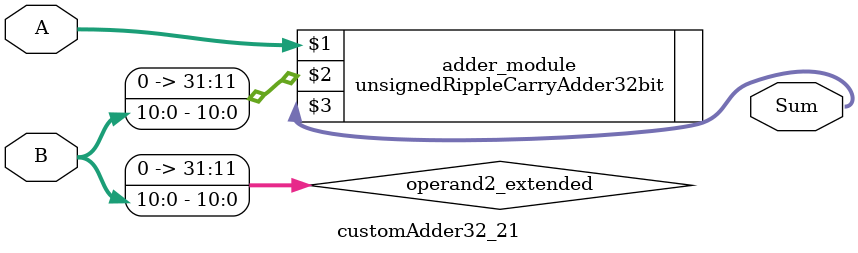
<source format=v>

module customAdder32_21(
                    input [31 : 0] A,
                    input [10 : 0] B,
                    
                    output [32 : 0] Sum
            );

    wire [31 : 0] operand2_extended;
    
    assign operand2_extended =  {21'b0, B};
    
    unsignedRippleCarryAdder32bit adder_module(
        A,
        operand2_extended,
        Sum
    );
    
endmodule
        
</source>
